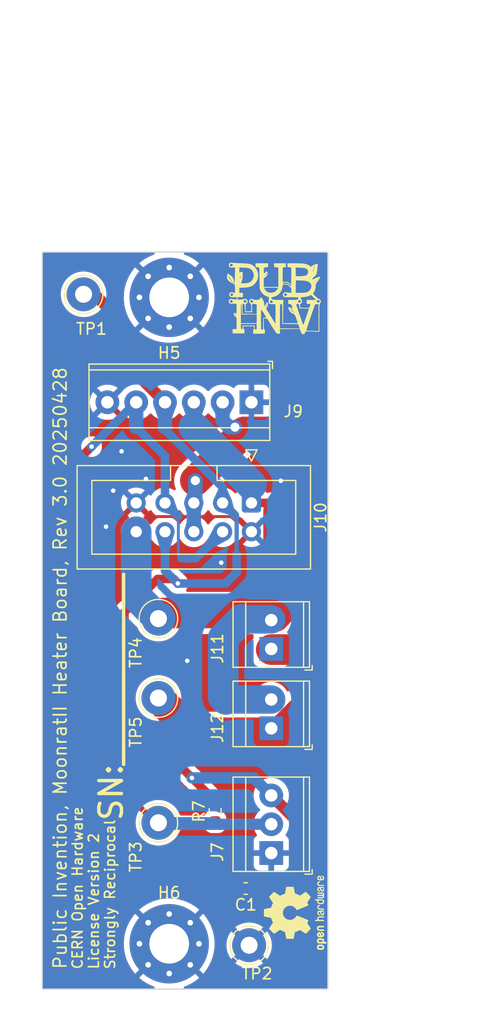
<source format=kicad_pcb>
(kicad_pcb (version 20221018) (generator pcbnew)
  (title_block (title "MoonratII Heater Board") (date "2025-04-28") (rev "3.0") (company "PublicInvention") (comment 1 "GNU Affero General Public License v3.0") (comment 2 "Designed by: Melanie Laporte"))
  (layers (0 "F.Cu" signal) (31 "B.Cu" signal) (34 "B.Paste" user) (35 "F.Paste" user) (36 "B.SilkS" user "B.Silkscreen") (37 "F.SilkS" user "F.Silkscreen") (38 "B.Mask" user) (39 "F.Mask" user) (44 "Edge.Cuts" user))
  (net 0 "")
  (net 1 "/TempOut_IB")
  (net 2 "/HeaterDrive_IB")
  (net 3 "GND1")
  (net 4 "VCCQ")
  (net 5 "+5P")
  (footprint "TestPoint:TestPoint_Loop_D2.54mm_Drill1.5mm_Beaded" (layer "F.Cu") (at 143.05 124.329714)
    (fp_text reference "TP5" (at -2 3 -90) (layer "F.SilkS"))
    (fp_text value "VCCQ")
    (pad "1" thru_hole circle (at 0 0) (size 3 3) (drill 1.5) (layers "*.Cu" "*.Mask") (net 4 "VCCQ"))
  )
  (footprint "TestPoint:TestPoint_Loop_D2.54mm_Drill1.5mm_Beaded" (layer "F.Cu") (at 151.05 146.129714)
    (fp_text reference "TP2" (at 0.7 2.5) (layer "F.SilkS"))
    (fp_text value "TP_GND")
    (pad "1" thru_hole circle (at 0 0) (size 3 3) (drill 1.5) (layers "*.Cu" "*.Mask") (net 3 "GND1"))
  )
  (footprint "GeneralPurposeAlarmDevicePCB:GeneralPurposeAlarmDevicePCB_282834-6_1x02_p254mm_Horizontal" (layer "F.Cu") (at 151.25 98.25 180)
    (fp_text reference "J9" (at -3.69 -0.81) (layer "F.SilkS"))
    (fp_text value "Screw_Terminal_01x06")
    (pad "1" thru_hole rect (at 0 0 180) (size 2.1 2.1) (drill 1.1) (layers "*.Cu" "*.Mask") (net 3 "GND1"))
    (pad "2" thru_hole circle (at 2.54 0 180) (size 2.1 2.1) (drill 1.1) (layers "*.Cu" "*.Mask") (net 4 "VCCQ"))
    (pad "3" thru_hole circle (at 5.08 0 180) (size 2.1 2.1) (drill 1.1) (layers "*.Cu" "*.Mask") (net 2 "/HeaterDrive_IB"))
    (pad "4" thru_hole circle (at 7.62 0 180) (size 2.1 2.1) (drill 1.1) (layers "*.Cu" "*.Mask") (net 5 "+5P"))
    (pad "5" thru_hole circle (at 10.16 0 180) (size 2.1 2.1) (drill 1.1) (layers "*.Cu" "*.Mask") (net 1 "/TempOut_IB"))
    (pad "6" thru_hole circle (at 12.7 0 180) (size 2.1 2.1) (drill 1.1) (layers "*.Cu" "*.Mask") (net 3 "GND1"))
  )
  (footprint "Resistor_SMD:R_0603_1608Metric_Pad0.98x0.95mm_HandSolder" (layer "F.Cu") (at 148.05 134.329714 90)
    (fp_text reference "R7" (at 0 -1.43 90) (layer "F.SilkS"))
    (fp_text value "4K7")
    (pad "1" smd roundrect (at -0.9125 0 90) (size 0.975 0.95) (layers "F.Cu" "F.Paste" "F.Mask") (net 1 "/TempOut_IB"))
    (pad "2" smd roundrect (at 0.9125 0 90) (size 0.975 0.95) (layers "F.Cu" "F.Paste" "F.Mask") (net 5 "+5P"))
  )
  (footprint "TestPoint:TestPoint_Loop_D2.54mm_Drill1.5mm_Beaded" (layer "F.Cu") (at 143.05 117.329714)
    (fp_text reference "TP4" (at -2 3 -90) (layer "F.SilkS"))
    (fp_text value "HeaterDrive_IB")
    (pad "1" thru_hole circle (at 0 0) (size 3 3) (drill 1.5) (layers "*.Cu" "*.Mask") (net 2 "/HeaterDrive_IB"))
  )
  (footprint "Connector_IDC:IDC-Header_2x05_P2.54mm_Vertical" (layer "F.Cu") (at 151.25 107.125 -90)
    (fp_text reference "J10" (at 1.27 -6.1 90) (layer "F.SilkS"))
    (fp_text value "Conn_02x05_Odd_Even")
    (pad "1" thru_hole roundrect locked (at 0 0 270) (size 1.7 1.7) (drill 1) (layers "*.Cu" "*.Mask") (roundrect_rratio 0.1470588235) (net 2 "/HeaterDrive_IB"))
    (pad "2" thru_hole circle locked (at 2.54 0 270) (size 1.7 1.7) (drill 1) (layers "*.Cu" "*.Mask") (net 3 "GND1"))
    (pad "3" thru_hole circle locked (at 0 2.54 270) (size 1.7 1.7) (drill 1) (layers "*.Cu" "*.Mask") (net 5 "+5P"))
    (pad "4" thru_hole circle locked (at 2.54 2.54 270) (size 1.7 1.7) (drill 1) (layers "*.Cu" "*.Mask") (net 1 "/TempOut_IB"))
    (pad "5" thru_hole circle locked (at 0 5.08 270) (size 1.7 1.7) (drill 1) (layers "*.Cu" "*.Mask") (net 4 "VCCQ"))
    (pad "6" thru_hole circle locked (at 2.54 5.08 270) (size 1.7 1.7) (drill 1) (layers "*.Cu" "*.Mask") (net 4 "VCCQ"))
    (pad "7" thru_hole circle locked (at 0 7.62 270) (size 1.7 1.7) (drill 1) (layers "*.Cu" "*.Mask") (net 1 "/TempOut_IB"))
    (pad "8" thru_hole circle locked (at 2.54 7.62 270) (size 1.7 1.7) (drill 1) (layers "*.Cu" "*.Mask") (net 5 "+5P"))
    (pad "9" thru_hole circle locked (at 0 10.16 270) (size 1.7 1.7) (drill 1) (layers "*.Cu" "*.Mask") (net 3 "GND1"))
    (pad "10" thru_hole circle locked (at 2.54 10.16 270) (size 1.7 1.7) (drill 1) (layers "*.Cu" "*.Mask") (net 2 "/HeaterDrive_IB"))
  )
  (footprint "TestPoint:TestPoint_Loop_D2.54mm_Drill1.5mm_Beaded" (layer "F.Cu") (at 143.05 135.329714)
    (fp_text reference "TP3" (at -2 3 -90) (layer "F.SilkS"))
    (fp_text value "TempOut_IB")
    (pad "1" thru_hole circle (at 0 0) (size 3 3) (drill 1.5) (layers "*.Cu" "*.Mask") (net 1 "/TempOut_IB"))
  )
  (footprint "TestPoint:TestPoint_Loop_D2.54mm_Drill1.5mm_Beaded" (layer "F.Cu") (at 136.45 88.729714)
    (fp_text reference "TP1" (at 0.7 3.049995) (layer "F.SilkS"))
    (fp_text value "+5P")
    (pad "1" thru_hole circle (at 0 0) (size 3 3) (drill 1.5) (layers "*.Cu" "*.Mask") (net 5 "+5P"))
  )
  (footprint "GeneralPurposeAlarmDevicePCB:GeneralPurposeAlarmDevicePCB_282834-3_1x03_P2.54mm_Horizontal" (layer "F.Cu") (at 153 138 90)
    (fp_text reference "J7" (at 0.09 -4.75 90) (layer "F.SilkS"))
    (fp_text value "Screw_Terminal_01x03")
    (pad "1" thru_hole rect (at 0 0 90) (size 2.1 2.1) (drill 1.1) (layers "*.Cu" "*.Mask") (net 3 "GND1"))
    (pad "2" thru_hole circle (at 2.54 0 90) (size 2.1 2.1) (drill 1.1) (layers "*.Cu" "*.Mask") (net 1 "/TempOut_IB"))
    (pad "3" thru_hole circle (at 5.08 0 90) (size 2.1 2.1) (drill 1.1) (layers "*.Cu" "*.Mask") (net 5 "+5P"))
  )
  (footprint "GeneralPurposeAlarmDevicePCB:GeneralPurposeAlarmDevicePCB_282834-2_1x02_P2.54mm_Horizontal" (layer "F.Cu") (at 153 120 90)
    (fp_text reference "J11" (at 0.04 -4.75 270) (layer "F.SilkS"))
    (fp_text value "Screw_Terminal_01x02")
    (pad "1" thru_hole rect locked (at 0 0 90) (size 2.1 2.1) (drill 1.1) (layers "*.Cu" "*.Mask") (net 4 "VCCQ"))
    (pad "2" thru_hole circle locked (at 2.54 0 90) (size 2.1 2.1) (drill 1.1) (layers "*.Cu" "*.Mask") (net 2 "/HeaterDrive_IB"))
  )
  (footprint "GeneralPurposeAlarmDevicePCB:MountingHole_3.5mm_Pad_Via" (layer "F.Cu") (at 144 146)
    (fp_text reference "H6" (at 0 -4.5) (layer "F.SilkS"))
    (fp_text value "MountingHole_Pad_3.5mm")
    (pad "1" thru_hole circle locked (at -2.625 0) (size 0.8 0.8) (drill 0.5) (layers "*.Cu" "*.Mask") (net 3 "GND1"))
    (pad "1" thru_hole circle locked (at -1.856155 -1.856155) (size 0.8 0.8) (drill 0.5) (layers "*.Cu" "*.Mask") (net 3 "GND1"))
    (pad "1" thru_hole circle locked (at -1.856155 1.856155) (size 0.8 0.8) (drill 0.5) (layers "*.Cu" "*.Mask") (net 3 "GND1"))
    (pad "1" thru_hole circle locked (at 0 -2.625) (size 0.8 0.8) (drill 0.5) (layers "*.Cu" "*.Mask") (net 3 "GND1"))
    (pad "1" thru_hole circle locked (at 0 0) (size 7 7) (drill 3.5) (layers "*.Cu" "*.Mask") (net 3 "GND1"))
    (pad "1" thru_hole circle locked (at 0 2.625) (size 0.8 0.8) (drill 0.5) (layers "*.Cu" "*.Mask") (net 3 "GND1"))
    (pad "1" thru_hole circle locked (at 1.856155 -1.856155) (size 0.8 0.8) (drill 0.5) (layers "*.Cu" "*.Mask") (net 3 "GND1"))
    (pad "1" thru_hole circle locked (at 1.856155 1.856155) (size 0.8 0.8) (drill 0.5) (layers "*.Cu" "*.Mask") (net 3 "GND1"))
    (pad "1" thru_hole circle locked (at 2.625 0) (size 0.8 0.8) (drill 0.5) (layers "*.Cu" "*.Mask") (net 3 "GND1"))
  )
  (footprint "GeneralPurposeAlarmDevicePCB:Logo_PI_BandW_70percent_10x10" (layer "F.Cu") (at 153.21 89.294714)
    (fp_text reference "G***" hide)
    (fp_text value "LOGO" hide)
  )
  (footprint "GeneralPurposeAlarmDevicePCB:MountingHole_3.5mm_Pad_Via" (layer "F.Cu") (at 144 89)
    (fp_text reference "H5" (at 0 4.9) (layer "F.SilkS"))
    (fp_text value "MountingHole_Pad_3.5mm")
    (pad "1" thru_hole circle locked (at -2.625 0) (size 0.8 0.8) (drill 0.5) (layers "*.Cu" "*.Mask") (net 3 "GND1"))
    (pad "1" thru_hole circle locked (at -1.856155 -1.856155) (size 0.8 0.8) (drill 0.5) (layers "*.Cu" "*.Mask") (net 3 "GND1"))
    (pad "1" thru_hole circle locked (at -1.856155 1.856155) (size 0.8 0.8) (drill 0.5) (layers "*.Cu" "*.Mask") (net 3 "GND1"))
    (pad "1" thru_hole circle locked (at 0 -2.625) (size 0.8 0.8) (drill 0.5) (layers "*.Cu" "*.Mask") (net 3 "GND1"))
    (pad "1" thru_hole circle locked (at 0 0) (size 7 7) (drill 3.5) (layers "*.Cu" "*.Mask") (net 3 "GND1"))
    (pad "1" thru_hole circle locked (at 0 2.625) (size 0.8 0.8) (drill 0.5) (layers "*.Cu" "*.Mask") (net 3 "GND1"))
    (pad "1" thru_hole circle locked (at 1.856155 -1.856155) (size 0.8 0.8) (drill 0.5) (layers "*.Cu" "*.Mask") (net 3 "GND1"))
    (pad "1" thru_hole circle locked (at 1.856155 1.856155) (size 0.8 0.8) (drill 0.5) (layers "*.Cu" "*.Mask") (net 3 "GND1"))
    (pad "1" thru_hole circle locked (at 2.625 0) (size 0.8 0.8) (drill 0.5) (layers "*.Cu" "*.Mask") (net 3 "GND1"))
  )
  (footprint "Capacitor_SMD:C_0603_1608Metric_Pad1.08x0.95mm_HandSolder" (layer "F.Cu") (at 150.75 141.129714 180)
    (fp_text reference "C1" (at 0 -1.43) (layer "F.SilkS"))
    (fp_text value "0.1uF")
    (pad "1" smd roundrect (at -0.8625 0 180) (size 1.075 0.95) (layers "F.Cu" "F.Paste" "F.Mask") (net 5 "+5P"))
    (pad "2" smd roundrect (at 0.8625 0 180) (size 1.075 0.95) (layers "F.Cu" "F.Paste" "F.Mask") (net 3 "GND1"))
  )
  (footprint "GeneralPurposeAlarmDevicePCB:GeneralPurposeAlarmDevicePCB_282834-2_1x02_P2.54mm_Horizontal" (layer "F.Cu") (at 153 127 90)
    (fp_text reference "J12" (at 0.04 -4.75 270) (layer "F.SilkS"))
    (fp_text value "Screw_Terminal_01x02")
    (pad "1" thru_hole rect (at 0 0 90) (size 2.1 2.1) (drill 1.1) (layers "*.Cu" "*.Mask") (net 4 "VCCQ"))
    (pad "2" thru_hole circle (at 2.54 0 90) (size 2.1 2.1) (drill 1.1) (layers "*.Cu" "*.Mask") (net 2 "/HeaterDrive_IB"))
  )
  (footprint "Symbol:OSHW-Logo2_7.3x6mm_SilkScreen" (layer "F.Cu") (at 155.115 143.269714 90)
    (fp_text reference "SM1" hide)
    (fp_text value "Logo_Open_Hardware_Small" hide)
  )
  (gr_line locked (start 132.8 150) (end 158 150) (stroke (width 0.1)) (layer "Edge.Cuts"))
  (gr_line locked (start 158 85) (end 132.8 85) (stroke (width 0.1)) (layer "Edge.Cuts"))
  (gr_line locked (start 132.8 85) (end 132.8 150) (stroke (width 0.1)) (layer "Edge.Cuts"))
  (gr_line locked (start 158 150) (end 158 85) (stroke (width 0.1)) (layer "Edge.Cuts"))
  (gr_text "Public Invention, MoonratII Heater Board, Rev 3.0 20250428" (at 135.05 148.329714 90) (layer "F.SilkS") (effects (font (size 1.143 1.143) (thickness 0.1524)) (justify left bottom)))
  (gr_text "SN:___________" (at 140.05 135.329714 90) (layer "F.SilkS") (effects (font (size 2 2) (thickness 0.3)) (justify left bottom)))
  (gr_text "CERN Open Hardware \nLicense Version 2 \nStrongly Reciprocal\n" (at 139.3 148.329714 90) (layer "F.SilkS") (effects (font (size 0.889 0.889)) (justify left bottom)))
  (segment (start 137.16 102.1588) (end 136.5 102.8188) (width 0.762) (layer "F.Cu") (net 1))
  (segment (start 136.5 129.029714) (end 136.5 115.129714) (width 0.508) (layer "F.Cu") (net 1))
  (segment (start 142.930286 135.46) (end 136.5 129.029714) (width 0.508) (layer "F.Cu") (net 1))
  (segment (start 143.05 135.329714) (end 143.05 135.340286) (width 0.508) (layer "F.Cu") (net 1))
  (segment (start 147.9625 135.329714) (end 143.05 135.329714) (width 0.25) (layer "F.Cu") (net 1))
  (segment (start 148.05 135.242214) (end 147.9625 135.329714) (width 0.25) (layer "F.Cu") (net 1))
  (segment (start 143.05 135.340286) (end 142.930286 135.46) (width 0.508) (layer "F.Cu") (net 1))
  (segment (start 136.5 102.8188) (end 136.5 115.129714) (width 0.762) (layer "F.Cu") (net 1))
  (via (at 137.16 102.1588) (size 0.8) (drill 0.4) (layers "F.Cu" "B.Cu") (net 1))
  (segment (start 143.63 102.99) (end 141.09 100.45) (width 0.762) (layer "B.Cu") (net 1))
  (segment (start 141.0688 98.25) (end 137.16 102.1588) (width 0.762) (layer "B.Cu") (net 1))
  (segment (start 144.807 108.302) (end 144.807 111.733) (width 0.254) (layer "B.Cu") (net 1))
  (segment (start 141.09 100.45) (end 141.09 98.25) (width 1.27) (layer "B.Cu") (net 1))
  (segment (start 145.074 112) (end 146.375 112) (width 0.762) (layer "B.Cu") (net 1))
  (segment (start 143.180286 135.46) (end 143.05 135.329714) (width 0.25) (layer "B.Cu") (net 1))
  (segment (start 146.375 112) (end 146.615 111.76) (width 0.254) (layer "B.Cu") (net 1))
  (segment (start 143.63 107.125) (end 144.807 108.302) (width 0.762) (layer "B.Cu") (net 1))
  (segment (start 143.63 107.125) (end 143.63 102.99) (width 0.762) (layer "B.Cu") (net 1))
  (segment (start 148.05 135.46) (end 147.919714 135.329714) (width 1) (layer "B.Cu") (net 1))
  (segment (start 146.615 111.76) (end 148.71 109.665) (width 0.762) (layer "B.Cu") (net 1))
  (segment (start 148.05 135.46) (end 143.180286 135.46) (width 1) (layer "B.Cu") (net 1))
  (segment (start 147.919714 135.329714) (end 143.05 135.329714) (width 1) (layer "B.Cu") (net 1))
  (segment (start 153 135.46) (end 148.05 135.46) (width 1) (layer "B.Cu") (net 1))
  (segment (start 144.807 111.733) (end 145.074 112) (width 0.254) (layer "B.Cu") (net 1))
  (segment (start 143.05 117.329714) (end 143.55 116.829714) (width 2.7) (layer "F.Cu") (net 2))
  (segment (start 152.845286 107.125) (end 153.55 107.829714) (width 0.762) (layer "F.Cu") (net 2))
  (segment (start 153.55 107.829714) (end 153.55 111.829714) (width 2.5) (layer "F.Cu") (net 2))
  (segment (start 153.3 117.16) (end 153.55 116.91) (width 2.7) (layer "F.Cu") (net 2))
  (segment (start 143.55 116.829714) (end 152.369714 116.829714) (width 2.7) (layer "F.Cu") (net 2))
  (segment (start 152.7 117.16) (end 153.3 117.16) (width 2.7) (layer "F.Cu") (net 2))
  (segment (start 151.25 107.125) (end 152.845286 107.125) (width 0.762) (layer "F.Cu") (net 2))
  (segment (start 153.55 116.91) (end 153.55 111.829714) (width 2.7) (layer "F.Cu") (net 2))
  (segment (start 152.369714 116.829714) (end 152.7 117.16) (width 2.7) (layer "F.Cu") (net 2))
  (segment (start 143.05 117.329714) (end 141.09 115.369714) (width 2.7) (layer "B.Cu") (net 2))
  (segment (start 146.17 100.45) (end 151.25 105.53) (width 2.7) (layer "B.Cu") (net 2))
  (segment (start 149.005286 124.46) (end 148.765 124.219714) (width 2.7) (layer "B.Cu") (net 2))
  (segment (start 146.304 98.552) (end 146.304 98.384) (width 0.508) (layer "B.Cu") (net 2))
  (segment (start 153 124.46) (end 149.005286 124.46) (width 2.5) (layer "B.Cu") (net 2))
  (segment (start 148.765 119.035) (end 150.4 117.4) (width 2.7) (layer "B.Cu") (net 2))
  (segment (start 148.765 124.219714) (end 148.765 119.035) (width 2.7) (layer "B.Cu") (net 2))
  (segment (start 151.25 105.53) (end 151.25 107.125) (width 0.762) (layer "B.Cu") (net 2))
  (segment (start 146.304 98.384) (end 146.17 98.25) (width 0.508) (layer "B.Cu") (net 2))
  (segment (start 150.4 117.4) (end 153 117.4) (width 2.5) (layer "B.Cu") (net 2))
  (segment (start 141.09 115.369714) (end 141.09 109.665) (width 2.7) (layer "B.Cu") (net 2))
  (segment (start 146.17 98.25) (end 146.17 100.45) (width 1.27) (layer "B.Cu") (net 2))
  (segment (start 142.294714 108.329714) (end 141.09 107.125) (width 0.254) (layer "F.Cu") (net 3))
  (segment (start 149.914714 108.329714) (end 142.294714 108.329714) (width 0.254) (layer "F.Cu") (net 3))
  (segment (start 151.25 109.665) (end 149.914714 108.329714) (width 0.254) (layer "F.Cu") (net 3))
  (via (at 139.8 102.579714) (size 0.8) (drill 0.4) (layers "F.Cu" "B.Cu") (net 3))
  (via (at 138.43 109.22) (size 0.8) (drill 0.4) (layers "F.Cu" "B.Cu") (net 3))
  (via (at 145.59 121.044714) (size 0.8) (drill 0.4) (layers "F.Cu" "B.Cu") (net 3))
  (via (at 148.59 112.395) (size 0.8) (drill 0.4) (layers "F.Cu" "B.Cu") (net 3))
  (via (at 141.951122 105.005524) (size 0.8) (drill 0.4) (layers "F.Cu" "B.Cu") (net 3))
  (via (at 153.845 105.169714) (size 0.8) (drill 0.4) (layers "F.Cu" "B.Cu") (net 3))
  (via (at 139.065 106.045) (size 0.8) (drill 0.4) (layers "F.Cu" "B.Cu") (net 3))
  (segment (start 146.115 127.394714) (end 143.05 124.329714) (width 2.7) (layer "F.Cu") (net 4))
  (segment (start 156.45 120.409714) (end 156.45 124.729714) (width 2.7) (layer "F.Cu") (net 4))
  (segment (start 146.304 105.156) (end 150.590143 100.869857) (width 2.7) (layer "F.Cu") (net 4))
  (segment (start 156.100286 120.06) (end 153 120.06) (width 2.7) (layer "F.Cu") (net 4))
  (segment (start 156.45 124.729714) (end 153.785 127.394714) (width 2.7) (layer "F.Cu") (net 4))
  (segment (start 153.785 127.394714) (end 146.115 127.394714) (width 2.7) (layer "F.Cu") (net 4))
  (segment (start 156.45 120.409714) (end 156.100286 120.06) (width 2.7) (layer "F.Cu") (net 4))
  (segment (start 156.45 104.729714) (end 156.45 120.409714) (width 2.7) (layer "F.Cu") (net 4))
  (segment (start 150.590143 100.869857) (end 152.590143 100.869857) (width 2.7) (layer "F.Cu") (net 4))
  (segment (start 152.590143 100.869857) (end 156.45 104.729714) (width 2.7) (layer "F.Cu") (net 4))
  (via (at 149.80005 100.45) (size 1.2) (drill 0.8) (layers "F.Cu" "B.Cu") (net 4))
  (via (at 146.304 105.156) (size 1.2) (drill 0.8) (layers "F.Cu" "B.Cu") (net 4))
  (segment (start 148.71 99.600497) (end 148.71 99.86) (width 0.25) (layer "B.Cu") (net 4))
  (segment (start 148.71 99.86) (end 149.3 100.45) (width 1.27) (layer "B.Cu") (net 4))
  (segment (start 149.3 100.45) (end 149.80005 100.45) (width 1.27) (layer "B.Cu") (net 4))
  (segment (start 148.978 100.45) (end 149.80005 100.45) (width 0.25) (layer "B.Cu") (net 4))
  (segment (start 146.17 107.125) (end 146.17 109.665) (width 1.27) (layer "B.Cu") (net 4))
  (segment (start 146.304 106.991) (end 146.17 107.125) (width 0.25) (layer "B.Cu") (net 4))
  (segment (start 148.71 98.25) (end 148.71 99.86) (width 1.27) (layer "B.Cu") (net 4))
  (segment (start 148.844 100.584) (end 148.978 100.45) (width 0.25) (layer "B.Cu") (net 4))
  (segment (start 148.776117 100.45) (end 149.80005 100.45) (width 0.25) (layer "B.Cu") (net 4))
  (segment (start 146.304 105.156) (end 146.304 106.991) (width 1.27) (layer "B.Cu") (net 4))
  (segment (start 142.980316 113.829714) (end 140.05 116.76003) (width 0.762) (layer "F.Cu") (net 5))
  (segment (start 155.115 135.035) (end 155.115 139.385) (width 1) (layer "F.Cu") (net 5))
  (segment (start 139.875 94.495) (end 143.63 98.25) (width 1.016) (layer "F.Cu") (net 5))
  (segment (start 139.875 91.199714) (end 139.875 94.495) (width 1.016) (layer "F.Cu") (net 5))
  (segment (start 137.405 88.729714) (end 139.875 91.199714) (width 1.016) (layer "F.Cu") (net 5))
  (segment (start 153 132.92) (end 155.115 135.035) (width 1) (layer "F.Cu") (net 5))
  (segment (start 140.05 116.76003) (end 140.05 125.417214) (width 0.762) (layer "F.Cu") (net 5))
  (segment (start 153.370286 141.129714) (end 151.6125 141.129714) (width 1) (layer "F.Cu") (net 5))
  (segment (start 144.8 114.229714) (end 144.4 113.829714) (width 0.762) (layer "F.Cu") (net 5))
  (segment (start 144.4 113.829714) (end 142.980316 113.829714) (width 0.762) (layer "F.Cu") (net 5))
  (segment (start 140.05 125.417214) (end 148.05 133.417214) (width 0.762) (layer "F.Cu") (net 5))
  (segment (start 155.115 139.385) (end 153.370286 141.129714) (width 1) (layer "F.Cu") (net 5))
  (segment (start 136.45 88.729714) (end 137.405 88.729714) (width 1.016) (layer "F.Cu") (net 5))
  (via (at 146.00625 131.373464) (size 0.8) (drill 0.4) (layers "F.Cu" "B.Cu") (net 5))
  (via (at 144.760514 114.229714) (size 0.8) (drill 0.4) (layers "F.Cu" "B.Cu") (net 5))
  (segment (start 143.63 100.659714) (end 148.71 105.739714) (width 0.762) (layer "B.Cu") (net 5))
  (segment (start 151.453464 131.373464) (end 153 132.92) (width 1) (layer "B.Cu") (net 5))
  (segment (start 148.71 105.739714) (end 148.71 107.125) (width 0.762) (layer "B.Cu") (net 5))
  (segment (start 144.760514 114.229714) (end 143.63 113.0992) (width 0.762) (layer "B.Cu") (net 5))
  (segment (start 146.00625 131.373464) (end 151.453464 131.373464) (width 1) (layer "B.Cu") (net 5))
  (segment (start 143.63 100.45) (end 143.63 100.659714) (width 0.762) (layer "B.Cu") (net 5))
  (segment (start 149.9505 113.2495) (end 149.9505 111.7) (width 0.762) (layer "B.Cu") (net 5))
  (segment (start 143.63 98.25) (end 143.63 100.45) (width 1.27) (layer "B.Cu") (net 5))
  (segment (start 149.885 108.229) (end 149.86 108.204) (width 0.25) (layer "B.Cu") (net 5))
  (segment (start 149.789 108.204) (end 148.71 107.125) (width 0.762) (layer "B.Cu") (net 5))
  (segment (start 144.760514 114.229714) (end 148.970286 114.229714) (width 0.762) (layer "B.Cu") (net 5))
  (segment (start 149.9505 111.7) (end 149.9505 108.2945) (width 0.381) (layer "B.Cu") (net 5))
  (segment (start 149.86 108.204) (end 149.789 108.204) (width 0.25) (layer "B.Cu") (net 5))
  (segment (start 148.970286 114.229714) (end 149.9505 113.2495) (width 0.762) (layer "B.Cu") (net 5))
  (segment (start 143.63 113.0992) (end 143.63 109.665) (width 0.762) (layer "B.Cu") (net 5))
  (zone (net 3) (net_name "GND1") (layers "F&B.Cu") (connect_pads (clearance 0.508)) (min_thickness 0.25) (fill yes (thermal_gap 0.5) (thermal_bridge_width 0.5))
    (polygon (pts (xy 160.195 82.944714) (xy 160.195 151.524714) (xy 129.08 151.524714) (xy 129.08 82.944714)))
  )
)
</source>
